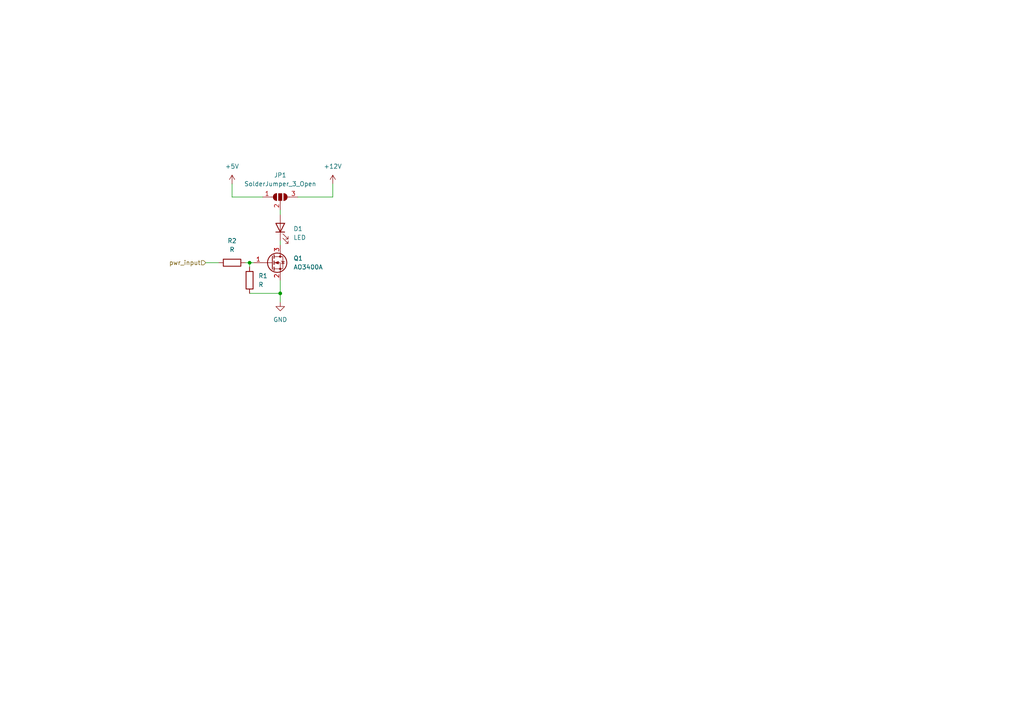
<source format=kicad_sch>
(kicad_sch (version 20230121) (generator eeschema)
  (paper "A4")
  (lib_symbols
    (symbol "Device:LED" (pin_numbers hide) (pin_names (offset 1.016) hide)
      (property "Reference" "D" (at 0 2.54 0))
      (property "Value" "LED" (at 0 -2.54 0))
      (symbol "LED_0_1"
        (polyline (pts (xy -1.27 -1.27) (xy -1.27 1.27)) (stroke (width 0.254)))
        (polyline (pts (xy -1.27 0) (xy 1.27 0)))
        (polyline (pts (xy 1.27 -1.27) (xy 1.27 1.27) (xy -1.27 0) (xy 1.27 -1.27)) (stroke (width 0.254)))
        (polyline (pts (xy -3.048 -0.762) (xy -4.572 -2.286) (xy -3.81 -2.286) (xy -4.572 -2.286) (xy -4.572 -1.524)))
        (polyline (pts (xy -1.778 -0.762) (xy -3.302 -2.286) (xy -2.54 -2.286) (xy -3.302 -2.286) (xy -3.302 -1.524)))
      )
      (symbol "LED_1_1"
        (pin passive line (at -3.81 0 0) (length 2.54) (name "K") (number "1"))
        (pin passive line (at 3.81 0 180) (length 2.54) (name "A") (number "2"))
      )
    )
    (symbol "Device:R" (pin_numbers hide) (pin_names (offset 0))
      (property "Reference" "R" (at 2.032 0 90))
      (property "Value" "R" (at 0 0 90))
      (symbol "R_0_1"
        (rectangle (start -1.016 -2.54) (end 1.016 2.54) (stroke (width 0.254)))
      )
      (symbol "R_1_1"
        (pin passive line (at 0 3.81 270) (length 1.27) (name "~") (number "1"))
        (pin passive line (at 0 -3.81 90) (length 1.27) (name "~") (number "2"))
      )
    )
    (symbol "Jumper:SolderJumper_3_Open" (pin_names (offset 0) hide)
      (property "Reference" "JP" (at -2.54 -2.54 0))
      (property "Value" "SolderJumper_3_Open" (at 0 2.794 0))
      (symbol "SolderJumper_3_Open_0_1"
        (arc (start -1.016 1.016) (mid -2.0276 0) (end -1.016 -1.016))
        (arc (start -1.016 1.016) (mid -2.0276 0) (end -1.016 -1.016) (fill (type outline)))
        (rectangle (start -0.508 1.016) (end 0.508 -1.016) (fill (type outline)))
        (polyline (pts (xy -2.54 0) (xy -2.032 0)))
        (polyline (pts (xy -1.016 1.016) (xy -1.016 -1.016)))
        (polyline (pts (xy 0 -1.27) (xy 0 -1.016)))
        (polyline (pts (xy 1.016 1.016) (xy 1.016 -1.016)))
        (polyline (pts (xy 2.54 0) (xy 2.032 0)))
        (arc (start 1.016 -1.016) (mid 2.0276 0) (end 1.016 1.016))
        (arc (start 1.016 -1.016) (mid 2.0276 0) (end 1.016 1.016) (fill (type outline)))
      )
      (symbol "SolderJumper_3_Open_1_1"
        (pin passive line (at -5.08 0 0) (length 2.54) (name "A") (number "1"))
        (pin passive line (at 0 -3.81 90) (length 2.54) (name "C") (number "2"))
        (pin passive line (at 5.08 0 180) (length 2.54) (name "B") (number "3"))
      )
    )
    (symbol "Transistor_FET:AO3400A" (pin_names hide)
      (property "Reference" "Q" (at 5.08 1.905 0))
      (property "Value" "AO3400A" (at 5.08 0 0))
      (symbol "AO3400A_0_1"
        (polyline (pts (xy 0.254 0) (xy -2.54 0)))
        (polyline (pts (xy 0.254 1.905) (xy 0.254 -1.905)) (stroke (width 0.254)))
        (polyline (pts (xy 0.762 -1.27) (xy 0.762 -2.286)) (stroke (width 0.254)))
        (polyline (pts (xy 0.762 0.508) (xy 0.762 -0.508)) (stroke (width 0.254)))
        (polyline (pts (xy 0.762 2.286) (xy 0.762 1.27)) (stroke (width 0.254)))
        (polyline (pts (xy 2.54 2.54) (xy 2.54 1.778)))
        (polyline (pts (xy 2.54 -2.54) (xy 2.54 0) (xy 0.762 0)))
        (polyline (pts (xy 0.762 -1.778) (xy 3.302 -1.778) (xy 3.302 1.778) (xy 0.762 1.778)))
        (polyline (pts (xy 1.016 0) (xy 2.032 0.381) (xy 2.032 -0.381) (xy 1.016 0)) (fill (type outline)))
        (polyline (pts (xy 2.794 0.508) (xy 2.921 0.381) (xy 3.683 0.381) (xy 3.81 0.254)))
        (polyline (pts (xy 3.302 0.381) (xy 2.921 -0.254) (xy 3.683 -0.254) (xy 3.302 0.381)))
        (circle (center 1.651 0) (radius 2.794) (stroke (width 0.254)))
        (circle (center 2.54 -1.778) (radius 0.254) (fill (type outline)))
        (circle (center 2.54 1.778) (radius 0.254) (fill (type outline)))
      )
      (symbol "AO3400A_1_1"
        (pin input line (at -5.08 0 0) (length 2.54) (name "G") (number "1"))
        (pin passive line (at 2.54 -5.08 90) (length 2.54) (name "S") (number "2"))
        (pin passive line (at 2.54 5.08 270) (length 2.54) (name "D") (number "3"))
      )
    )
    (symbol "power:+12V" (power) (pin_names (offset 0))
      (property "Value" "+12V" (at 0 3.556 0))
      (symbol "+12V_0_1"
        (polyline (pts (xy -0.762 1.27) (xy 0 2.54)))
        (polyline (pts (xy 0 0) (xy 0 2.54)))
        (polyline (pts (xy 0 2.54) (xy 0.762 1.27)))
      )
      (symbol "+12V_1_1"
        (pin power_in line (at 0 0 90) (length 0) hide (name "+12V") (number "1"))
      )
    )
    (symbol "power:+5V" (power) (pin_names (offset 0))
      (property "Value" "+5V" (at 0 3.556 0))
      (symbol "+5V_0_1"
        (polyline (pts (xy -0.762 1.27) (xy 0 2.54)))
        (polyline (pts (xy 0 0) (xy 0 2.54)))
        (polyline (pts (xy 0 2.54) (xy 0.762 1.27)))
      )
      (symbol "+5V_1_1"
        (pin power_in line (at 0 0 90) (length 0) hide (name "+5V") (number "1"))
      )
    )
    (symbol "power:GND" (power) (pin_names (offset 0))
      (property "Value" "GND" (at 0 -3.81 0))
      (symbol "GND_0_1"
        (polyline (pts (xy 0 0) (xy 0 -1.27) (xy 1.27 -1.27) (xy 0 -2.54) (xy -1.27 -1.27) (xy 0 -1.27)))
      )
      (symbol "GND_1_1"
        (pin power_in line (at 0 0 270) (length 0) hide (name "GND") (number "1"))
      )
    )
  )
  (junction (at 81.28 85.09))
  (junction (at 72.39 76.2))
  (wire (pts (xy 81.28 81.28) (xy 81.28 85.09)))
  (wire (pts (xy 76.2 57.15) (xy 67.31 57.15)))
  (wire (pts (xy 72.39 85.09) (xy 81.28 85.09)))
  (wire (pts (xy 96.52 53.34) (xy 96.52 57.15)))
  (wire (pts (xy 81.28 60.96) (xy 81.28 62.23)))
  (wire (pts (xy 81.28 69.85) (xy 81.28 71.12)))
  (wire (pts (xy 59.69 76.2) (xy 63.5 76.2)))
  (wire (pts (xy 67.31 53.34) (xy 67.31 57.15)))
  (wire (pts (xy 86.36 57.15) (xy 96.52 57.15)))
  (wire (pts (xy 72.39 76.2) (xy 72.39 77.47)))
  (wire (pts (xy 71.12 76.2) (xy 72.39 76.2)))
  (wire (pts (xy 72.39 76.2) (xy 73.66 76.2)))
  (wire (pts (xy 81.28 85.09) (xy 81.28 87.63)))
  (hierarchical_label "pwr_input" (shape input) (at 59.69 76.2 180))
  (symbol (lib_id "power:+5V") (at 67.31 53.34 0) (unit 1)
    (property "Reference" "#PWR048" (effects hide))
    (property "Value" "+5V" (at 67.31 48.26 0))
    (instances (project "ClawMachine" (path "" (reference "#PWR048") (unit 1)) (path "" (reference "#PWR051") (unit 1)) (path "" (reference "#PWR054") (unit 1)) (path "" (reference "#PWR057") (unit 1))))
  )
  (symbol (lib_id "Device:R") (at 67.31 76.2 90) (unit 1)
    (property "Reference" "R2" (at 67.31 69.85 90))
    (property "Value" "R" (at 67.31 72.39 90))
    (instances (project "ClawMachine" (path "" (reference "R2") (unit 1)) (path "" (reference "R3") (unit 1)) (path "" (reference "R5") (unit 1)) (path "" (reference "R7") (unit 1))))
  )
  (symbol (lib_id "power:+12V") (at 96.52 53.34 0) (unit 1)
    (property "Reference" "#PWR049" (effects hide))
    (property "Value" "+12V" (at 96.52 48.26 0))
    (instances (project "ClawMachine" (path "" (reference "#PWR049") (unit 1)) (path "" (reference "#PWR053") (unit 1)) (path "" (reference "#PWR056") (unit 1)) (path "" (reference "#PWR059") (unit 1))))
  )
  (symbol (lib_id "Jumper:SolderJumper_3_Open") (at 81.28 57.15 0) (unit 1)
    (property "Reference" "JP1" (at 81.28 50.8 0))
    (property "Value" "SolderJumper_3_Open" (at 81.28 53.34 0))
    (instances (project "ClawMachine" (path "" (reference "JP1") (unit 1)) (path "" (reference "JP2") (unit 1)) (path "" (reference "JP3") (unit 1)) (path "" (reference "JP4") (unit 1))))
  )
  (symbol (lib_id "power:GND") (at 81.28 87.63 0) (unit 1)
    (property "Reference" "#PWR050" (effects hide))
    (property "Value" "GND" (at 81.28 92.71 0))
    (instances (project "ClawMachine" (path "" (reference "#PWR050") (unit 1)) (path "" (reference "#PWR052") (unit 1)) (path "" (reference "#PWR055") (unit 1)) (path "" (reference "#PWR058") (unit 1))))
  )
  (symbol (lib_id "Transistor_FET:AO3400A") (at 78.74 76.2 0) (unit 1)
    (property "Reference" "Q1" (at 85.09 74.93 0) (effects (justify left)))
    (property "Value" "AO3400A" (at 85.09 77.47 0) (effects (justify left)))
    (property "Footprint" "Package_TO_SOT_SMD:SOT-23" (effects hide))
    (property "Datasheet" "http://www.aosmd.com/pdfs/datasheet/AO3400A.pdf" (effects hide))
    (instances (project "ClawMachine" (path "" (reference "Q1") (unit 1)) (path "" (reference "Q2") (unit 1)) (path "" (reference "Q3") (unit 1)) (path "" (reference "Q4") (unit 1))))
  )
  (symbol (lib_id "Device:LED") (at 81.28 66.04 90) (unit 1)
    (property "Reference" "D1" (at 85.09 66.3575 90) (effects (justify right)))
    (property "Value" "LED" (at 85.09 68.8975 90) (effects (justify right)))
    (instances (project "ClawMachine" (path "" (reference "D1") (unit 1)) (path "" (reference "D2") (unit 1)) (path "" (reference "D3") (unit 1)) (path "" (reference "D4") (unit 1))))
  )
  (symbol (lib_id "Device:R") (at 72.39 81.28 0) (unit 1)
    (property "Reference" "R1" (at 74.93 80.01 0) (effects (justify left)))
    (property "Value" "R" (at 74.93 82.55 0) (effects (justify left)))
    (instances (project "ClawMachine" (path "" (reference "R1") (unit 1)) (path "" (reference "R4") (unit 1)) (path "" (reference "R6") (unit 1)) (path "" (reference "R8") (unit 1))))
  )
)
</source>
